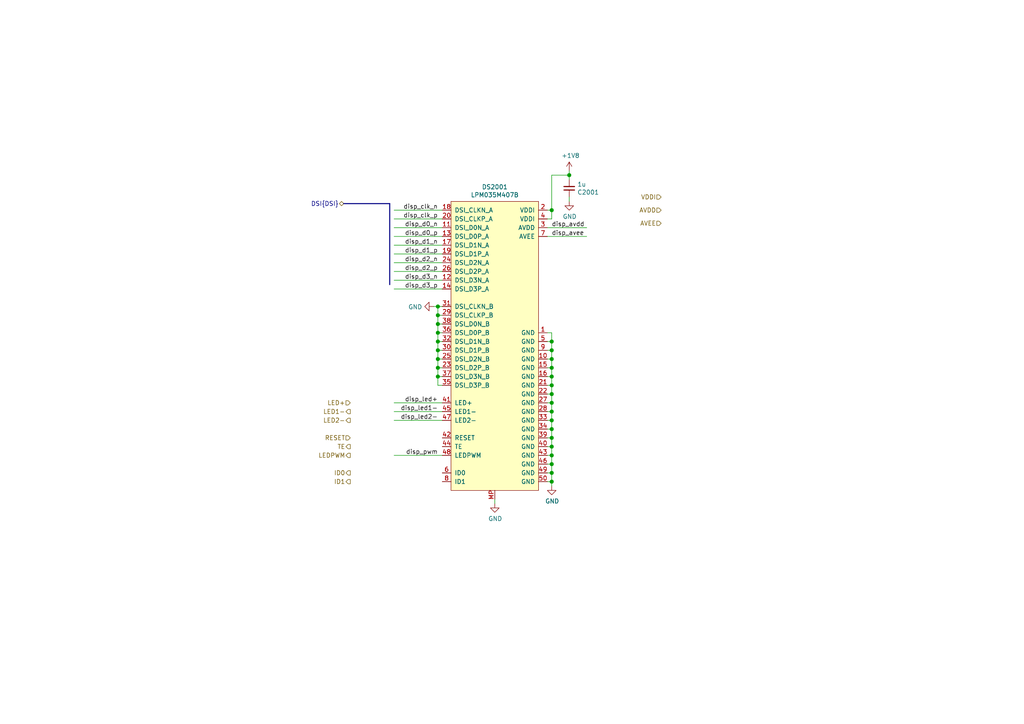
<source format=kicad_sch>
(kicad_sch (version 20210621) (generator eeschema)
  (paper "A4")
  (lib_symbols
    (symbol "DIYPie:+CM_1V8" (power) (pin_names (offset 0))
      (property "Value" "+CM_1V8" (at 0 3.556 0))
      (symbol "+CM_1V8_0_1"
        (polyline (pts (xy -0.762 1.27) (xy 0 2.54)))
        (polyline (pts (xy 0 0) (xy 0 2.54)))
        (polyline (pts (xy 0 2.54) (xy 0.762 1.27)))
      )
      (symbol "+CM_1V8_1_1"
        (pin power_in line (at 0 0 90) (length 0) hide (name "+1V8") (number "1"))
      )
    )
    (symbol "DIYPie:LPM035M407B" (pin_names (offset 1.016))
      (property "Reference" "DS" (at -11.43 44.45 0))
      (property "Value" "LPM035M407B" (at 7.62 -41.91 0))
      (symbol "LPM035M407B_0_0"
        (pin power_in line (at 15.24 5.08 180) (length 2.54) (name "GND") (number "1"))
        (pin power_in line (at 15.24 -2.54 180) (length 2.54) (name "GND") (number "10"))
        (pin bidirectional line (at -15.24 35.56 0) (length 2.54) (name "DSI_D0N_A") (number "11"))
        (pin input line (at -15.24 20.32 0) (length 2.54) (name "DSI_D3N_A") (number "12"))
        (pin bidirectional line (at -15.24 33.02 0) (length 2.54) (name "DSI_D0P_A") (number "13"))
        (pin input line (at -15.24 17.78 0) (length 2.54) (name "DSI_D3P_A") (number "14"))
        (pin power_in line (at 15.24 -5.08 180) (length 2.54) (name "GND") (number "15"))
        (pin power_in line (at 15.24 -7.62 180) (length 2.54) (name "GND") (number "16"))
        (pin input line (at -15.24 30.48 0) (length 2.54) (name "DSI_D1N_A") (number "17"))
        (pin input line (at -15.24 40.64 0) (length 2.54) (name "DSI_CLKN_A") (number "18"))
        (pin input line (at -15.24 27.94 0) (length 2.54) (name "DSI_D1P_A") (number "19"))
        (pin power_in line (at 15.24 40.64 180) (length 2.54) (name "VDDI") (number "2"))
        (pin input line (at -15.24 38.1 0) (length 2.54) (name "DSI_CLKP_A") (number "20"))
        (pin power_in line (at 15.24 -10.16 180) (length 2.54) (name "GND") (number "21"))
        (pin power_in line (at 15.24 -12.7 180) (length 2.54) (name "GND") (number "22"))
        (pin input line (at -15.24 -5.08 0) (length 2.54) (name "DSI_D2P_B") (number "23"))
        (pin input line (at -15.24 25.4 0) (length 2.54) (name "DSI_D2N_A") (number "24"))
        (pin input line (at -15.24 -2.54 0) (length 2.54) (name "DSI_D2N_B") (number "25"))
        (pin input line (at -15.24 22.86 0) (length 2.54) (name "DSI_D2P_A") (number "26"))
        (pin power_in line (at 15.24 -15.24 180) (length 2.54) (name "GND") (number "27"))
        (pin power_in line (at 15.24 -17.78 180) (length 2.54) (name "GND") (number "28"))
        (pin input line (at -15.24 10.16 0) (length 2.54) (name "DSI_CLKP_B") (number "29"))
        (pin power_in line (at 15.24 35.56 180) (length 2.54) (name "AVDD") (number "3"))
        (pin input line (at -15.24 0 0) (length 2.54) (name "DSI_D1P_B") (number "30"))
        (pin input line (at -15.24 12.7 0) (length 2.54) (name "DSI_CLKN_B") (number "31"))
        (pin input line (at -15.24 2.54 0) (length 2.54) (name "DSI_D1N_B") (number "32"))
        (pin power_in line (at 15.24 -20.32 180) (length 2.54) (name "GND") (number "33"))
        (pin power_in line (at 15.24 -22.86 180) (length 2.54) (name "GND") (number "34"))
        (pin input line (at -15.24 -10.16 0) (length 2.54) (name "DSI_D3P_B") (number "35"))
        (pin bidirectional line (at -15.24 5.08 0) (length 2.54) (name "DSI_D0P_B") (number "36"))
        (pin input line (at -15.24 -7.62 0) (length 2.54) (name "DSI_D3N_B") (number "37"))
        (pin bidirectional line (at -15.24 7.62 0) (length 2.54) (name "DSI_D0N_B") (number "38"))
        (pin power_in line (at 15.24 -25.4 180) (length 2.54) (name "GND") (number "39"))
        (pin power_in line (at 15.24 38.1 180) (length 2.54) (name "VDDI") (number "4"))
        (pin power_in line (at 15.24 -27.94 180) (length 2.54) (name "GND") (number "40"))
        (pin power_in line (at -15.24 -15.24 0) (length 2.54) (name "LED+") (number "41"))
        (pin input line (at -15.24 -25.4 0) (length 2.54) (name "RESET") (number "42"))
        (pin power_in line (at 15.24 -30.48 180) (length 2.54) (name "GND") (number "43"))
        (pin output line (at -15.24 -27.94 0) (length 2.54) (name "TE") (number "44"))
        (pin passive line (at -15.24 -17.78 0) (length 2.54) (name "LED1-") (number "45"))
        (pin power_in line (at 15.24 -33.02 180) (length 2.54) (name "GND") (number "46"))
        (pin passive line (at -15.24 -20.32 0) (length 2.54) (name "LED2-") (number "47"))
        (pin output line (at -15.24 -30.48 0) (length 2.54) (name "LEDPWM") (number "48"))
        (pin power_in line (at 15.24 -35.56 180) (length 2.54) (name "GND") (number "49"))
        (pin power_in line (at 15.24 2.54 180) (length 2.54) (name "GND") (number "5"))
        (pin power_in line (at 15.24 -38.1 180) (length 2.54) (name "GND") (number "50"))
        (pin input line (at -15.24 -35.56 0) (length 2.54) (name "ID0") (number "6"))
        (pin power_in line (at 15.24 33.02 180) (length 2.54) (name "AVEE") (number "7"))
        (pin input line (at -15.24 -38.1 0) (length 2.54) (name "ID1") (number "8"))
        (pin power_in line (at 15.24 0 180) (length 2.54) (name "GND") (number "9"))
        (pin passive line (at 0 -43.18 90) (length 2.54) (name "~") (number "MP"))
      )
      (symbol "LPM035M407B_0_1"
        (rectangle (start -12.7 -40.64) (end 12.7 43.18) (fill (type background)))
      )
    )
    (symbol "Device:C_Small" (pin_numbers hide) (pin_names (offset 0.254) hide)
      (property "Reference" "C" (at 0.254 1.778 0))
      (property "Value" "C_Small" (at 0.254 -2.032 0))
      (symbol "C_Small_0_1"
        (polyline (pts (xy -1.524 -0.508) (xy 1.524 -0.508)) (stroke (width 0.3302)))
        (polyline (pts (xy -1.524 0.508) (xy 1.524 0.508)) (stroke (width 0.3048)))
      )
      (symbol "C_Small_1_1"
        (pin passive line (at 0 2.54 270) (length 2.032) (name "~") (number "1"))
        (pin passive line (at 0 -2.54 90) (length 2.032) (name "~") (number "2"))
      )
    )
    (symbol "power:GND" (power) (pin_names (offset 0))
      (property "Value" "GND" (at 0 -3.81 0))
      (symbol "GND_0_1"
        (polyline (pts (xy 0 0) (xy 0 -1.27) (xy 1.27 -1.27) (xy 0 -2.54) (xy -1.27 -1.27) (xy 0 -1.27)))
      )
      (symbol "GND_1_1"
        (pin power_in line (at 0 0 270) (length 0) hide (name "GND") (number "1"))
      )
    )
  )
  (junction (at 127 88.9) (diameter 1.016))
  (junction (at 127 91.44) (diameter 1.016))
  (junction (at 127 93.98) (diameter 1.016))
  (junction (at 127 96.52) (diameter 1.016))
  (junction (at 127 99.06) (diameter 1.016))
  (junction (at 127 101.6) (diameter 1.016))
  (junction (at 127 104.14) (diameter 1.016))
  (junction (at 127 106.68) (diameter 1.016))
  (junction (at 127 109.22) (diameter 1.016))
  (junction (at 160.02 60.96) (diameter 1.016))
  (junction (at 160.02 99.06) (diameter 1.016))
  (junction (at 160.02 101.6) (diameter 1.016))
  (junction (at 160.02 104.14) (diameter 1.016))
  (junction (at 160.02 106.68) (diameter 1.016))
  (junction (at 160.02 109.22) (diameter 1.016))
  (junction (at 160.02 111.76) (diameter 1.016))
  (junction (at 160.02 114.3) (diameter 1.016))
  (junction (at 160.02 116.84) (diameter 1.016))
  (junction (at 160.02 119.38) (diameter 1.016))
  (junction (at 160.02 121.92) (diameter 1.016))
  (junction (at 160.02 124.46) (diameter 1.016))
  (junction (at 160.02 127) (diameter 1.016))
  (junction (at 160.02 129.54) (diameter 1.016))
  (junction (at 160.02 132.08) (diameter 1.016))
  (junction (at 160.02 134.62) (diameter 1.016))
  (junction (at 160.02 137.16) (diameter 1.016))
  (junction (at 160.02 139.7) (diameter 1.016))
  (junction (at 165.1 50.8) (diameter 1.016))
  (wire (pts (xy 114.3 132.08) (xy 128.27 132.08)))
  (wire (pts (xy 125.73 88.9) (xy 127 88.9)))
  (wire (pts (xy 127 88.9) (xy 127 91.44)))
  (wire (pts (xy 127 91.44) (xy 127 93.98)))
  (wire (pts (xy 127 93.98) (xy 127 96.52)))
  (wire (pts (xy 127 96.52) (xy 127 99.06)))
  (wire (pts (xy 127 99.06) (xy 127 101.6)))
  (wire (pts (xy 127 101.6) (xy 127 104.14)))
  (wire (pts (xy 127 104.14) (xy 127 106.68)))
  (wire (pts (xy 127 106.68) (xy 127 109.22)))
  (wire (pts (xy 127 109.22) (xy 127 111.76)))
  (wire (pts (xy 127 111.76) (xy 128.27 111.76)))
  (wire (pts (xy 128.27 60.96) (xy 114.3 60.96)))
  (wire (pts (xy 128.27 63.5) (xy 114.3 63.5)))
  (wire (pts (xy 128.27 66.04) (xy 114.3 66.04)))
  (wire (pts (xy 128.27 68.58) (xy 114.3 68.58)))
  (wire (pts (xy 128.27 71.12) (xy 114.3 71.12)))
  (wire (pts (xy 128.27 73.66) (xy 114.3 73.66)))
  (wire (pts (xy 128.27 76.2) (xy 114.3 76.2)))
  (wire (pts (xy 128.27 78.74) (xy 114.3 78.74)))
  (wire (pts (xy 128.27 81.28) (xy 114.3 81.28)))
  (wire (pts (xy 128.27 83.82) (xy 114.3 83.82)))
  (wire (pts (xy 128.27 88.9) (xy 127 88.9)))
  (wire (pts (xy 128.27 91.44) (xy 127 91.44)))
  (wire (pts (xy 128.27 93.98) (xy 127 93.98)))
  (wire (pts (xy 128.27 96.52) (xy 127 96.52)))
  (wire (pts (xy 128.27 99.06) (xy 127 99.06)))
  (wire (pts (xy 128.27 101.6) (xy 127 101.6)))
  (wire (pts (xy 128.27 104.14) (xy 127 104.14)))
  (wire (pts (xy 128.27 106.68) (xy 127 106.68)))
  (wire (pts (xy 128.27 109.22) (xy 127 109.22)))
  (wire (pts (xy 128.27 116.84) (xy 114.3 116.84)))
  (wire (pts (xy 128.27 119.38) (xy 114.3 119.38)))
  (wire (pts (xy 128.27 121.92) (xy 114.3 121.92)))
  (wire (pts (xy 143.51 144.78) (xy 143.51 146.05)))
  (wire (pts (xy 158.75 63.5) (xy 160.02 63.5)))
  (wire (pts (xy 158.75 96.52) (xy 160.02 96.52)))
  (wire (pts (xy 158.75 99.06) (xy 160.02 99.06)))
  (wire (pts (xy 158.75 101.6) (xy 160.02 101.6)))
  (wire (pts (xy 158.75 104.14) (xy 160.02 104.14)))
  (wire (pts (xy 158.75 106.68) (xy 160.02 106.68)))
  (wire (pts (xy 158.75 109.22) (xy 160.02 109.22)))
  (wire (pts (xy 158.75 111.76) (xy 160.02 111.76)))
  (wire (pts (xy 158.75 114.3) (xy 160.02 114.3)))
  (wire (pts (xy 158.75 116.84) (xy 160.02 116.84)))
  (wire (pts (xy 158.75 119.38) (xy 160.02 119.38)))
  (wire (pts (xy 158.75 121.92) (xy 160.02 121.92)))
  (wire (pts (xy 158.75 124.46) (xy 160.02 124.46)))
  (wire (pts (xy 158.75 127) (xy 160.02 127)))
  (wire (pts (xy 158.75 129.54) (xy 160.02 129.54)))
  (wire (pts (xy 158.75 132.08) (xy 160.02 132.08)))
  (wire (pts (xy 158.75 134.62) (xy 160.02 134.62)))
  (wire (pts (xy 158.75 137.16) (xy 160.02 137.16)))
  (wire (pts (xy 158.75 139.7) (xy 160.02 139.7)))
  (wire (pts (xy 160.02 50.8) (xy 165.1 50.8)))
  (wire (pts (xy 160.02 60.96) (xy 158.75 60.96)))
  (wire (pts (xy 160.02 60.96) (xy 160.02 50.8)))
  (wire (pts (xy 160.02 63.5) (xy 160.02 60.96)))
  (wire (pts (xy 160.02 96.52) (xy 160.02 99.06)))
  (wire (pts (xy 160.02 99.06) (xy 160.02 101.6)))
  (wire (pts (xy 160.02 101.6) (xy 160.02 104.14)))
  (wire (pts (xy 160.02 104.14) (xy 160.02 106.68)))
  (wire (pts (xy 160.02 106.68) (xy 160.02 109.22)))
  (wire (pts (xy 160.02 109.22) (xy 160.02 111.76)))
  (wire (pts (xy 160.02 111.76) (xy 160.02 114.3)))
  (wire (pts (xy 160.02 114.3) (xy 160.02 116.84)))
  (wire (pts (xy 160.02 116.84) (xy 160.02 119.38)))
  (wire (pts (xy 160.02 119.38) (xy 160.02 121.92)))
  (wire (pts (xy 160.02 121.92) (xy 160.02 124.46)))
  (wire (pts (xy 160.02 124.46) (xy 160.02 127)))
  (wire (pts (xy 160.02 127) (xy 160.02 129.54)))
  (wire (pts (xy 160.02 129.54) (xy 160.02 132.08)))
  (wire (pts (xy 160.02 132.08) (xy 160.02 134.62)))
  (wire (pts (xy 160.02 134.62) (xy 160.02 137.16)))
  (wire (pts (xy 160.02 137.16) (xy 160.02 139.7)))
  (wire (pts (xy 160.02 139.7) (xy 160.02 140.97)))
  (wire (pts (xy 165.1 49.53) (xy 165.1 50.8)))
  (wire (pts (xy 165.1 50.8) (xy 165.1 52.07)))
  (wire (pts (xy 165.1 57.15) (xy 165.1 58.42)))
  (wire (pts (xy 170.18 66.04) (xy 158.75 66.04)))
  (wire (pts (xy 170.18 68.58) (xy 158.75 68.58)))
  (bus (pts (xy 99.695 59.055) (xy 113.03 59.055)))
  (bus (pts (xy 113.03 59.055) (xy 113.03 82.55)))
  (label "disp_clk_n" (at 127 60.96 180))
  (label "disp_clk_p" (at 127 63.5 180))
  (label "disp_d0_n" (at 127 66.04 180))
  (label "disp_d0_p" (at 127 68.58 180))
  (label "disp_d1_n" (at 127 71.12 180))
  (label "disp_d1_p" (at 127 73.66 180))
  (label "disp_d2_n" (at 127 76.2 180))
  (label "disp_d2_p" (at 127 78.74 180))
  (label "disp_d3_n" (at 127 81.28 180))
  (label "disp_d3_p" (at 127 83.82 180))
  (label "disp_led+" (at 127 116.84 180))
  (label "disp_led1-" (at 127 119.38 180))
  (label "disp_led2-" (at 127 121.92 180))
  (label "disp_pwm" (at 127 132.08 180))
  (label "disp_avdd" (at 160.02 66.04 0))
  (label "disp_avee" (at 160.02 68.58 0))
  (hierarchical_label "DSI{DSI}" (shape bidirectional) (at 99.695 59.055 180))
  (hierarchical_label "LED+" (shape input) (at 101.6 116.84 180))
  (hierarchical_label "LED1-" (shape output) (at 101.6 119.38 180))
  (hierarchical_label "LED2-" (shape output) (at 101.6 121.92 180))
  (hierarchical_label "RESET" (shape input) (at 101.6 127 180))
  (hierarchical_label "TE" (shape output) (at 101.6 129.54 180))
  (hierarchical_label "LEDPWM" (shape output) (at 101.6 132.08 180))
  (hierarchical_label "ID0" (shape output) (at 101.6 137.16 180))
  (hierarchical_label "ID1" (shape output) (at 101.6 139.7 180))
  (hierarchical_label "VDDI" (shape input) (at 191.77 57.15 180))
  (hierarchical_label "AVDD" (shape input) (at 191.77 60.96 180))
  (hierarchical_label "AVEE" (shape input) (at 191.77 64.77 180))
  (symbol (lib_id "DIYPie:+CM_1V8") (at 165.1 49.53 0) (unit 1)
    (property "Reference" "#PWR02004" (effects hide))
    (property "Value" "+CM_1V8" (at 165.481 45.1358 0))
  )
  (symbol (lib_id "power:GND") (at 125.73 88.9 270) (unit 1)
    (property "Reference" "#PWR02001" (effects hide))
    (property "Value" "GND" (at 122.4788 89.027 90) (effects (justify right)))
  )
  (symbol (lib_id "power:GND") (at 143.51 146.05 0) (unit 1)
    (property "Reference" "#PWR02002" (effects hide))
    (property "Value" "GND" (at 143.637 150.4442 0))
  )
  (symbol (lib_id "power:GND") (at 160.02 140.97 0) (unit 1)
    (property "Reference" "#PWR02003" (effects hide))
    (property "Value" "GND" (at 160.147 145.3642 0))
  )
  (symbol (lib_id "power:GND") (at 165.1 58.42 0) (unit 1)
    (property "Reference" "#PWR02005" (effects hide))
    (property "Value" "GND" (at 165.227 62.8142 0))
  )
  (symbol (lib_id "Device:C_Small") (at 165.1 54.61 0) (mirror x) (unit 1)
    (property "Reference" "C2001" (at 167.4368 55.7784 0) (effects (justify left)))
    (property "Value" "1u" (at 167.4368 53.467 0) (effects (justify left)))
    (property "Footprint" "DIYPie:C_0402_1005Metric" (effects hide))
    (property "Manufacturer" "any" (effects hide))
    (property "Mouser_PN" "963-JMK105BJ105KV-F" (effects hide))
    (property "Mouser_PL" "https://eu.mouser.com/ProductDetail/Taiyo-Yuden/JMK105BJ105KV-F?qs=sGAEpiMZZMsh%252B1woXyUXjzXZPAgA2%252BEMtIn1%252BN%252BY7mE%3D" (effects hide))
    (property "Tolerance" "20%" (effects hide))
    (property "Voltage" "6.3V" (effects hide))
    (property "Dielectric" "X5R" (effects hide))
  )
  (symbol (lib_id "DIYPie:LPM035M407B") (at 143.51 101.6 0) (unit 1)
    (property "Reference" "DS2001" (at 143.51 54.229 0))
    (property "Value" "LPM035M407B" (at 143.51 56.5404 0))
    (property "Footprint" "DIYPie:KYOCERA_245863050104829+" (effects hide))
    (property "Datasheet" "https://ro.mouser.com/datasheet/2/909/5863-1602212.pdf" (effects hide))
    (property "Description" "Display connector" (effects hide))
    (property "Manufacturer" "Kyocera" (effects hide))
    (property "Manufacturer_PN" "245863050104829+ " (effects hide))
    (property "Mouser_PN" "346-245863050104829+" (effects hide))
    (property "Mouser_PL" "https://ro.mouser.com/ProductDetail/346-245863050104829%2b/" (effects hide))
  )
)
</source>
